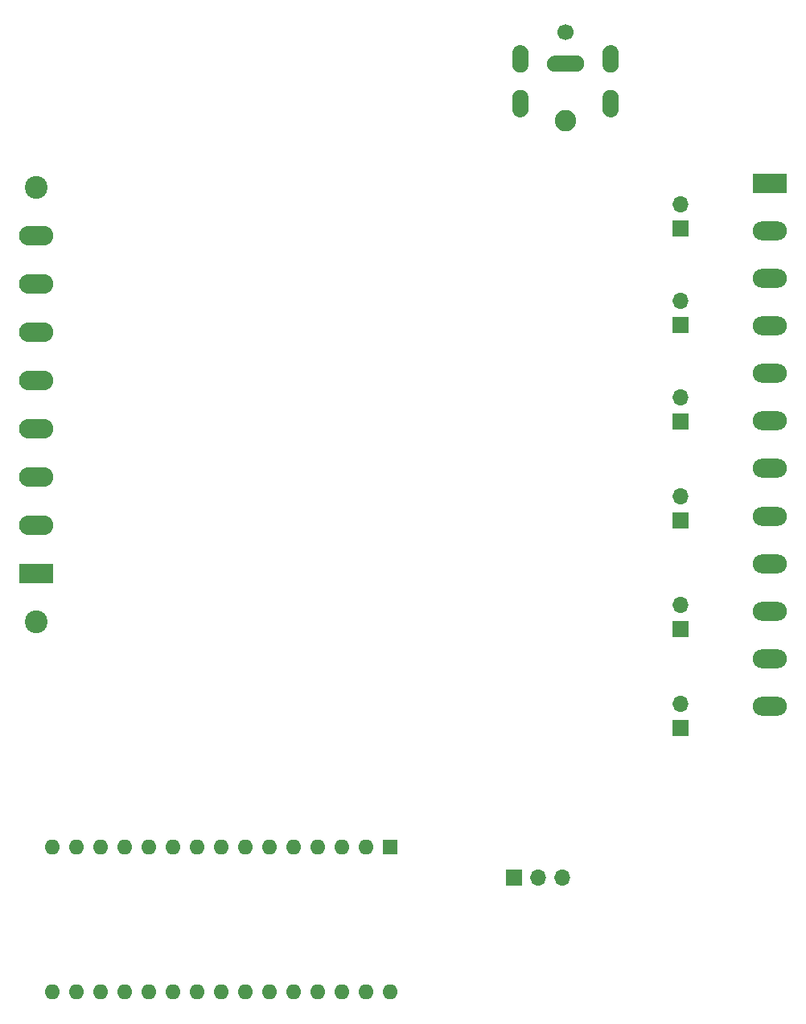
<source format=gbr>
G04 #@! TF.GenerationSoftware,KiCad,Pcbnew,(5.0.0)*
G04 #@! TF.CreationDate,2020-11-12T02:24:06-08:00*
G04 #@! TF.ProjectId,Valve_Driver_ArduinoNano,56616C76655F4472697665725F417264,rev?*
G04 #@! TF.SameCoordinates,Original*
G04 #@! TF.FileFunction,Soldermask,Bot*
G04 #@! TF.FilePolarity,Negative*
%FSLAX46Y46*%
G04 Gerber Fmt 4.6, Leading zero omitted, Abs format (unit mm)*
G04 Created by KiCad (PCBNEW (5.0.0)) date 11/12/20 02:24:06*
%MOMM*%
%LPD*%
G01*
G04 APERTURE LIST*
%ADD10C,0.100000*%
%ADD11R,3.600000X2.080000*%
%ADD12O,3.600000X2.080000*%
%ADD13C,2.400000*%
%ADD14R,3.600000X2.000000*%
%ADD15O,3.600000X2.000000*%
%ADD16O,1.700000X1.700000*%
%ADD17R,1.700000X1.700000*%
%ADD18C,1.700000*%
%ADD19C,2.250000*%
%ADD20C,0.800000*%
%ADD21O,1.600000X1.600000*%
%ADD22R,1.600000X1.600000*%
G04 APERTURE END LIST*
D10*
G04 #@! TO.C,J1*
G36*
X93391000Y-50428000D02*
X93391000Y-49228000D01*
X93392096Y-49186131D01*
X93395382Y-49144377D01*
X93400849Y-49102852D01*
X93408482Y-49061671D01*
X93418259Y-49020945D01*
X93430155Y-48980786D01*
X93444136Y-48941306D01*
X93460164Y-48902611D01*
X93478195Y-48864808D01*
X93498180Y-48828000D01*
X93520064Y-48792289D01*
X93543786Y-48757772D01*
X93569283Y-48724544D01*
X93596484Y-48692696D01*
X93625315Y-48662315D01*
X93655696Y-48633484D01*
X93687544Y-48606283D01*
X93720772Y-48580786D01*
X93755289Y-48557064D01*
X93791000Y-48535180D01*
X93827808Y-48515195D01*
X93865611Y-48497164D01*
X93904306Y-48481136D01*
X93943786Y-48467155D01*
X93983945Y-48455259D01*
X94024671Y-48445482D01*
X94065852Y-48437849D01*
X94107377Y-48432382D01*
X94149131Y-48429096D01*
X94191000Y-48428000D01*
X94232869Y-48429096D01*
X94274623Y-48432382D01*
X94316148Y-48437849D01*
X94357329Y-48445482D01*
X94398055Y-48455259D01*
X94438214Y-48467155D01*
X94477694Y-48481136D01*
X94516389Y-48497164D01*
X94554192Y-48515195D01*
X94591000Y-48535180D01*
X94626711Y-48557064D01*
X94661228Y-48580786D01*
X94694456Y-48606283D01*
X94726304Y-48633484D01*
X94756685Y-48662315D01*
X94785516Y-48692696D01*
X94812717Y-48724544D01*
X94838214Y-48757772D01*
X94861936Y-48792289D01*
X94883820Y-48828000D01*
X94903805Y-48864808D01*
X94921836Y-48902611D01*
X94937864Y-48941306D01*
X94951845Y-48980786D01*
X94963741Y-49020945D01*
X94973518Y-49061671D01*
X94981151Y-49102852D01*
X94986618Y-49144377D01*
X94989904Y-49186131D01*
X94991000Y-49228000D01*
X94991000Y-50428000D01*
X94989904Y-50469869D01*
X94986618Y-50511623D01*
X94981151Y-50553148D01*
X94973518Y-50594329D01*
X94963741Y-50635055D01*
X94951845Y-50675214D01*
X94937864Y-50714694D01*
X94921836Y-50753389D01*
X94903805Y-50791192D01*
X94883820Y-50828000D01*
X94861936Y-50863711D01*
X94838214Y-50898228D01*
X94812717Y-50931456D01*
X94785516Y-50963304D01*
X94756685Y-50993685D01*
X94726304Y-51022516D01*
X94694456Y-51049717D01*
X94661228Y-51075214D01*
X94626711Y-51098936D01*
X94591000Y-51120820D01*
X94554192Y-51140805D01*
X94516389Y-51158836D01*
X94477694Y-51174864D01*
X94438214Y-51188845D01*
X94398055Y-51200741D01*
X94357329Y-51210518D01*
X94316148Y-51218151D01*
X94274623Y-51223618D01*
X94232869Y-51226904D01*
X94191000Y-51228000D01*
X94149131Y-51226904D01*
X94107377Y-51223618D01*
X94065852Y-51218151D01*
X94024671Y-51210518D01*
X93983945Y-51200741D01*
X93943786Y-51188845D01*
X93904306Y-51174864D01*
X93865611Y-51158836D01*
X93827808Y-51140805D01*
X93791000Y-51120820D01*
X93755289Y-51098936D01*
X93720772Y-51075214D01*
X93687544Y-51049717D01*
X93655696Y-51022516D01*
X93625315Y-50993685D01*
X93596484Y-50963304D01*
X93569283Y-50931456D01*
X93543786Y-50898228D01*
X93520064Y-50863711D01*
X93498180Y-50828000D01*
X93478195Y-50791192D01*
X93460164Y-50753389D01*
X93444136Y-50714694D01*
X93430155Y-50675214D01*
X93418259Y-50635055D01*
X93408482Y-50594329D01*
X93400849Y-50553148D01*
X93395382Y-50511623D01*
X93392096Y-50469869D01*
X93391000Y-50428000D01*
X93391000Y-50428000D01*
G37*
X93391000Y-50428000D02*
X93391000Y-49228000D01*
X93392096Y-49186131D01*
X93395382Y-49144377D01*
X93400849Y-49102852D01*
X93408482Y-49061671D01*
X93418259Y-49020945D01*
X93430155Y-48980786D01*
X93444136Y-48941306D01*
X93460164Y-48902611D01*
X93478195Y-48864808D01*
X93498180Y-48828000D01*
X93520064Y-48792289D01*
X93543786Y-48757772D01*
X93569283Y-48724544D01*
X93596484Y-48692696D01*
X93625315Y-48662315D01*
X93655696Y-48633484D01*
X93687544Y-48606283D01*
X93720772Y-48580786D01*
X93755289Y-48557064D01*
X93791000Y-48535180D01*
X93827808Y-48515195D01*
X93865611Y-48497164D01*
X93904306Y-48481136D01*
X93943786Y-48467155D01*
X93983945Y-48455259D01*
X94024671Y-48445482D01*
X94065852Y-48437849D01*
X94107377Y-48432382D01*
X94149131Y-48429096D01*
X94191000Y-48428000D01*
X94232869Y-48429096D01*
X94274623Y-48432382D01*
X94316148Y-48437849D01*
X94357329Y-48445482D01*
X94398055Y-48455259D01*
X94438214Y-48467155D01*
X94477694Y-48481136D01*
X94516389Y-48497164D01*
X94554192Y-48515195D01*
X94591000Y-48535180D01*
X94626711Y-48557064D01*
X94661228Y-48580786D01*
X94694456Y-48606283D01*
X94726304Y-48633484D01*
X94756685Y-48662315D01*
X94785516Y-48692696D01*
X94812717Y-48724544D01*
X94838214Y-48757772D01*
X94861936Y-48792289D01*
X94883820Y-48828000D01*
X94903805Y-48864808D01*
X94921836Y-48902611D01*
X94937864Y-48941306D01*
X94951845Y-48980786D01*
X94963741Y-49020945D01*
X94973518Y-49061671D01*
X94981151Y-49102852D01*
X94986618Y-49144377D01*
X94989904Y-49186131D01*
X94991000Y-49228000D01*
X94991000Y-50428000D01*
X94989904Y-50469869D01*
X94986618Y-50511623D01*
X94981151Y-50553148D01*
X94973518Y-50594329D01*
X94963741Y-50635055D01*
X94951845Y-50675214D01*
X94937864Y-50714694D01*
X94921836Y-50753389D01*
X94903805Y-50791192D01*
X94883820Y-50828000D01*
X94861936Y-50863711D01*
X94838214Y-50898228D01*
X94812717Y-50931456D01*
X94785516Y-50963304D01*
X94756685Y-50993685D01*
X94726304Y-51022516D01*
X94694456Y-51049717D01*
X94661228Y-51075214D01*
X94626711Y-51098936D01*
X94591000Y-51120820D01*
X94554192Y-51140805D01*
X94516389Y-51158836D01*
X94477694Y-51174864D01*
X94438214Y-51188845D01*
X94398055Y-51200741D01*
X94357329Y-51210518D01*
X94316148Y-51218151D01*
X94274623Y-51223618D01*
X94232869Y-51226904D01*
X94191000Y-51228000D01*
X94149131Y-51226904D01*
X94107377Y-51223618D01*
X94065852Y-51218151D01*
X94024671Y-51210518D01*
X93983945Y-51200741D01*
X93943786Y-51188845D01*
X93904306Y-51174864D01*
X93865611Y-51158836D01*
X93827808Y-51140805D01*
X93791000Y-51120820D01*
X93755289Y-51098936D01*
X93720772Y-51075214D01*
X93687544Y-51049717D01*
X93655696Y-51022516D01*
X93625315Y-50993685D01*
X93596484Y-50963304D01*
X93569283Y-50931456D01*
X93543786Y-50898228D01*
X93520064Y-50863711D01*
X93498180Y-50828000D01*
X93478195Y-50791192D01*
X93460164Y-50753389D01*
X93444136Y-50714694D01*
X93430155Y-50675214D01*
X93418259Y-50635055D01*
X93408482Y-50594329D01*
X93400849Y-50553148D01*
X93395382Y-50511623D01*
X93392096Y-50469869D01*
X93391000Y-50428000D01*
G36*
X83891000Y-50428000D02*
X83891000Y-49228000D01*
X83892096Y-49186131D01*
X83895382Y-49144377D01*
X83900849Y-49102852D01*
X83908482Y-49061671D01*
X83918259Y-49020945D01*
X83930155Y-48980786D01*
X83944136Y-48941306D01*
X83960164Y-48902611D01*
X83978195Y-48864808D01*
X83998180Y-48828000D01*
X84020064Y-48792289D01*
X84043786Y-48757772D01*
X84069283Y-48724544D01*
X84096484Y-48692696D01*
X84125315Y-48662315D01*
X84155696Y-48633484D01*
X84187544Y-48606283D01*
X84220772Y-48580786D01*
X84255289Y-48557064D01*
X84291000Y-48535180D01*
X84327808Y-48515195D01*
X84365611Y-48497164D01*
X84404306Y-48481136D01*
X84443786Y-48467155D01*
X84483945Y-48455259D01*
X84524671Y-48445482D01*
X84565852Y-48437849D01*
X84607377Y-48432382D01*
X84649131Y-48429096D01*
X84691000Y-48428000D01*
X84732869Y-48429096D01*
X84774623Y-48432382D01*
X84816148Y-48437849D01*
X84857329Y-48445482D01*
X84898055Y-48455259D01*
X84938214Y-48467155D01*
X84977694Y-48481136D01*
X85016389Y-48497164D01*
X85054192Y-48515195D01*
X85091000Y-48535180D01*
X85126711Y-48557064D01*
X85161228Y-48580786D01*
X85194456Y-48606283D01*
X85226304Y-48633484D01*
X85256685Y-48662315D01*
X85285516Y-48692696D01*
X85312717Y-48724544D01*
X85338214Y-48757772D01*
X85361936Y-48792289D01*
X85383820Y-48828000D01*
X85403805Y-48864808D01*
X85421836Y-48902611D01*
X85437864Y-48941306D01*
X85451845Y-48980786D01*
X85463741Y-49020945D01*
X85473518Y-49061671D01*
X85481151Y-49102852D01*
X85486618Y-49144377D01*
X85489904Y-49186131D01*
X85491000Y-49228000D01*
X85491000Y-50428000D01*
X85489904Y-50469869D01*
X85486618Y-50511623D01*
X85481151Y-50553148D01*
X85473518Y-50594329D01*
X85463741Y-50635055D01*
X85451845Y-50675214D01*
X85437864Y-50714694D01*
X85421836Y-50753389D01*
X85403805Y-50791192D01*
X85383820Y-50828000D01*
X85361936Y-50863711D01*
X85338214Y-50898228D01*
X85312717Y-50931456D01*
X85285516Y-50963304D01*
X85256685Y-50993685D01*
X85226304Y-51022516D01*
X85194456Y-51049717D01*
X85161228Y-51075214D01*
X85126711Y-51098936D01*
X85091000Y-51120820D01*
X85054192Y-51140805D01*
X85016389Y-51158836D01*
X84977694Y-51174864D01*
X84938214Y-51188845D01*
X84898055Y-51200741D01*
X84857329Y-51210518D01*
X84816148Y-51218151D01*
X84774623Y-51223618D01*
X84732869Y-51226904D01*
X84691000Y-51228000D01*
X84649131Y-51226904D01*
X84607377Y-51223618D01*
X84565852Y-51218151D01*
X84524671Y-51210518D01*
X84483945Y-51200741D01*
X84443786Y-51188845D01*
X84404306Y-51174864D01*
X84365611Y-51158836D01*
X84327808Y-51140805D01*
X84291000Y-51120820D01*
X84255289Y-51098936D01*
X84220772Y-51075214D01*
X84187544Y-51049717D01*
X84155696Y-51022516D01*
X84125315Y-50993685D01*
X84096484Y-50963304D01*
X84069283Y-50931456D01*
X84043786Y-50898228D01*
X84020064Y-50863711D01*
X83998180Y-50828000D01*
X83978195Y-50791192D01*
X83960164Y-50753389D01*
X83944136Y-50714694D01*
X83930155Y-50675214D01*
X83918259Y-50635055D01*
X83908482Y-50594329D01*
X83900849Y-50553148D01*
X83895382Y-50511623D01*
X83892096Y-50469869D01*
X83891000Y-50428000D01*
X83891000Y-50428000D01*
G37*
X83891000Y-50428000D02*
X83891000Y-49228000D01*
X83892096Y-49186131D01*
X83895382Y-49144377D01*
X83900849Y-49102852D01*
X83908482Y-49061671D01*
X83918259Y-49020945D01*
X83930155Y-48980786D01*
X83944136Y-48941306D01*
X83960164Y-48902611D01*
X83978195Y-48864808D01*
X83998180Y-48828000D01*
X84020064Y-48792289D01*
X84043786Y-48757772D01*
X84069283Y-48724544D01*
X84096484Y-48692696D01*
X84125315Y-48662315D01*
X84155696Y-48633484D01*
X84187544Y-48606283D01*
X84220772Y-48580786D01*
X84255289Y-48557064D01*
X84291000Y-48535180D01*
X84327808Y-48515195D01*
X84365611Y-48497164D01*
X84404306Y-48481136D01*
X84443786Y-48467155D01*
X84483945Y-48455259D01*
X84524671Y-48445482D01*
X84565852Y-48437849D01*
X84607377Y-48432382D01*
X84649131Y-48429096D01*
X84691000Y-48428000D01*
X84732869Y-48429096D01*
X84774623Y-48432382D01*
X84816148Y-48437849D01*
X84857329Y-48445482D01*
X84898055Y-48455259D01*
X84938214Y-48467155D01*
X84977694Y-48481136D01*
X85016389Y-48497164D01*
X85054192Y-48515195D01*
X85091000Y-48535180D01*
X85126711Y-48557064D01*
X85161228Y-48580786D01*
X85194456Y-48606283D01*
X85226304Y-48633484D01*
X85256685Y-48662315D01*
X85285516Y-48692696D01*
X85312717Y-48724544D01*
X85338214Y-48757772D01*
X85361936Y-48792289D01*
X85383820Y-48828000D01*
X85403805Y-48864808D01*
X85421836Y-48902611D01*
X85437864Y-48941306D01*
X85451845Y-48980786D01*
X85463741Y-49020945D01*
X85473518Y-49061671D01*
X85481151Y-49102852D01*
X85486618Y-49144377D01*
X85489904Y-49186131D01*
X85491000Y-49228000D01*
X85491000Y-50428000D01*
X85489904Y-50469869D01*
X85486618Y-50511623D01*
X85481151Y-50553148D01*
X85473518Y-50594329D01*
X85463741Y-50635055D01*
X85451845Y-50675214D01*
X85437864Y-50714694D01*
X85421836Y-50753389D01*
X85403805Y-50791192D01*
X85383820Y-50828000D01*
X85361936Y-50863711D01*
X85338214Y-50898228D01*
X85312717Y-50931456D01*
X85285516Y-50963304D01*
X85256685Y-50993685D01*
X85226304Y-51022516D01*
X85194456Y-51049717D01*
X85161228Y-51075214D01*
X85126711Y-51098936D01*
X85091000Y-51120820D01*
X85054192Y-51140805D01*
X85016389Y-51158836D01*
X84977694Y-51174864D01*
X84938214Y-51188845D01*
X84898055Y-51200741D01*
X84857329Y-51210518D01*
X84816148Y-51218151D01*
X84774623Y-51223618D01*
X84732869Y-51226904D01*
X84691000Y-51228000D01*
X84649131Y-51226904D01*
X84607377Y-51223618D01*
X84565852Y-51218151D01*
X84524671Y-51210518D01*
X84483945Y-51200741D01*
X84443786Y-51188845D01*
X84404306Y-51174864D01*
X84365611Y-51158836D01*
X84327808Y-51140805D01*
X84291000Y-51120820D01*
X84255289Y-51098936D01*
X84220772Y-51075214D01*
X84187544Y-51049717D01*
X84155696Y-51022516D01*
X84125315Y-50993685D01*
X84096484Y-50963304D01*
X84069283Y-50931456D01*
X84043786Y-50898228D01*
X84020064Y-50863711D01*
X83998180Y-50828000D01*
X83978195Y-50791192D01*
X83960164Y-50753389D01*
X83944136Y-50714694D01*
X83930155Y-50675214D01*
X83918259Y-50635055D01*
X83908482Y-50594329D01*
X83900849Y-50553148D01*
X83895382Y-50511623D01*
X83892096Y-50469869D01*
X83891000Y-50428000D01*
G36*
X93391000Y-45728000D02*
X93391000Y-44528000D01*
X93392096Y-44486131D01*
X93395382Y-44444377D01*
X93400849Y-44402852D01*
X93408482Y-44361671D01*
X93418259Y-44320945D01*
X93430155Y-44280786D01*
X93444136Y-44241306D01*
X93460164Y-44202611D01*
X93478195Y-44164808D01*
X93498180Y-44128000D01*
X93520064Y-44092289D01*
X93543786Y-44057772D01*
X93569283Y-44024544D01*
X93596484Y-43992696D01*
X93625315Y-43962315D01*
X93655696Y-43933484D01*
X93687544Y-43906283D01*
X93720772Y-43880786D01*
X93755289Y-43857064D01*
X93791000Y-43835180D01*
X93827808Y-43815195D01*
X93865611Y-43797164D01*
X93904306Y-43781136D01*
X93943786Y-43767155D01*
X93983945Y-43755259D01*
X94024671Y-43745482D01*
X94065852Y-43737849D01*
X94107377Y-43732382D01*
X94149131Y-43729096D01*
X94191000Y-43728000D01*
X94232869Y-43729096D01*
X94274623Y-43732382D01*
X94316148Y-43737849D01*
X94357329Y-43745482D01*
X94398055Y-43755259D01*
X94438214Y-43767155D01*
X94477694Y-43781136D01*
X94516389Y-43797164D01*
X94554192Y-43815195D01*
X94591000Y-43835180D01*
X94626711Y-43857064D01*
X94661228Y-43880786D01*
X94694456Y-43906283D01*
X94726304Y-43933484D01*
X94756685Y-43962315D01*
X94785516Y-43992696D01*
X94812717Y-44024544D01*
X94838214Y-44057772D01*
X94861936Y-44092289D01*
X94883820Y-44128000D01*
X94903805Y-44164808D01*
X94921836Y-44202611D01*
X94937864Y-44241306D01*
X94951845Y-44280786D01*
X94963741Y-44320945D01*
X94973518Y-44361671D01*
X94981151Y-44402852D01*
X94986618Y-44444377D01*
X94989904Y-44486131D01*
X94991000Y-44528000D01*
X94991000Y-45728000D01*
X94989904Y-45769869D01*
X94986618Y-45811623D01*
X94981151Y-45853148D01*
X94973518Y-45894329D01*
X94963741Y-45935055D01*
X94951845Y-45975214D01*
X94937864Y-46014694D01*
X94921836Y-46053389D01*
X94903805Y-46091192D01*
X94883820Y-46128000D01*
X94861936Y-46163711D01*
X94838214Y-46198228D01*
X94812717Y-46231456D01*
X94785516Y-46263304D01*
X94756685Y-46293685D01*
X94726304Y-46322516D01*
X94694456Y-46349717D01*
X94661228Y-46375214D01*
X94626711Y-46398936D01*
X94591000Y-46420820D01*
X94554192Y-46440805D01*
X94516389Y-46458836D01*
X94477694Y-46474864D01*
X94438214Y-46488845D01*
X94398055Y-46500741D01*
X94357329Y-46510518D01*
X94316148Y-46518151D01*
X94274623Y-46523618D01*
X94232869Y-46526904D01*
X94191000Y-46528000D01*
X94149131Y-46526904D01*
X94107377Y-46523618D01*
X94065852Y-46518151D01*
X94024671Y-46510518D01*
X93983945Y-46500741D01*
X93943786Y-46488845D01*
X93904306Y-46474864D01*
X93865611Y-46458836D01*
X93827808Y-46440805D01*
X93791000Y-46420820D01*
X93755289Y-46398936D01*
X93720772Y-46375214D01*
X93687544Y-46349717D01*
X93655696Y-46322516D01*
X93625315Y-46293685D01*
X93596484Y-46263304D01*
X93569283Y-46231456D01*
X93543786Y-46198228D01*
X93520064Y-46163711D01*
X93498180Y-46128000D01*
X93478195Y-46091192D01*
X93460164Y-46053389D01*
X93444136Y-46014694D01*
X93430155Y-45975214D01*
X93418259Y-45935055D01*
X93408482Y-45894329D01*
X93400849Y-45853148D01*
X93395382Y-45811623D01*
X93392096Y-45769869D01*
X93391000Y-45728000D01*
X93391000Y-45728000D01*
G37*
X93391000Y-45728000D02*
X93391000Y-44528000D01*
X93392096Y-44486131D01*
X93395382Y-44444377D01*
X93400849Y-44402852D01*
X93408482Y-44361671D01*
X93418259Y-44320945D01*
X93430155Y-44280786D01*
X93444136Y-44241306D01*
X93460164Y-44202611D01*
X93478195Y-44164808D01*
X93498180Y-44128000D01*
X93520064Y-44092289D01*
X93543786Y-44057772D01*
X93569283Y-44024544D01*
X93596484Y-43992696D01*
X93625315Y-43962315D01*
X93655696Y-43933484D01*
X93687544Y-43906283D01*
X93720772Y-43880786D01*
X93755289Y-43857064D01*
X93791000Y-43835180D01*
X93827808Y-43815195D01*
X93865611Y-43797164D01*
X93904306Y-43781136D01*
X93943786Y-43767155D01*
X93983945Y-43755259D01*
X94024671Y-43745482D01*
X94065852Y-43737849D01*
X94107377Y-43732382D01*
X94149131Y-43729096D01*
X94191000Y-43728000D01*
X94232869Y-43729096D01*
X94274623Y-43732382D01*
X94316148Y-43737849D01*
X94357329Y-43745482D01*
X94398055Y-43755259D01*
X94438214Y-43767155D01*
X94477694Y-43781136D01*
X94516389Y-43797164D01*
X94554192Y-43815195D01*
X94591000Y-43835180D01*
X94626711Y-43857064D01*
X94661228Y-43880786D01*
X94694456Y-43906283D01*
X94726304Y-43933484D01*
X94756685Y-43962315D01*
X94785516Y-43992696D01*
X94812717Y-44024544D01*
X94838214Y-44057772D01*
X94861936Y-44092289D01*
X94883820Y-44128000D01*
X94903805Y-44164808D01*
X94921836Y-44202611D01*
X94937864Y-44241306D01*
X94951845Y-44280786D01*
X94963741Y-44320945D01*
X94973518Y-44361671D01*
X94981151Y-44402852D01*
X94986618Y-44444377D01*
X94989904Y-44486131D01*
X94991000Y-44528000D01*
X94991000Y-45728000D01*
X94989904Y-45769869D01*
X94986618Y-45811623D01*
X94981151Y-45853148D01*
X94973518Y-45894329D01*
X94963741Y-45935055D01*
X94951845Y-45975214D01*
X94937864Y-46014694D01*
X94921836Y-46053389D01*
X94903805Y-46091192D01*
X94883820Y-46128000D01*
X94861936Y-46163711D01*
X94838214Y-46198228D01*
X94812717Y-46231456D01*
X94785516Y-46263304D01*
X94756685Y-46293685D01*
X94726304Y-46322516D01*
X94694456Y-46349717D01*
X94661228Y-46375214D01*
X94626711Y-46398936D01*
X94591000Y-46420820D01*
X94554192Y-46440805D01*
X94516389Y-46458836D01*
X94477694Y-46474864D01*
X94438214Y-46488845D01*
X94398055Y-46500741D01*
X94357329Y-46510518D01*
X94316148Y-46518151D01*
X94274623Y-46523618D01*
X94232869Y-46526904D01*
X94191000Y-46528000D01*
X94149131Y-46526904D01*
X94107377Y-46523618D01*
X94065852Y-46518151D01*
X94024671Y-46510518D01*
X93983945Y-46500741D01*
X93943786Y-46488845D01*
X93904306Y-46474864D01*
X93865611Y-46458836D01*
X93827808Y-46440805D01*
X93791000Y-46420820D01*
X93755289Y-46398936D01*
X93720772Y-46375214D01*
X93687544Y-46349717D01*
X93655696Y-46322516D01*
X93625315Y-46293685D01*
X93596484Y-46263304D01*
X93569283Y-46231456D01*
X93543786Y-46198228D01*
X93520064Y-46163711D01*
X93498180Y-46128000D01*
X93478195Y-46091192D01*
X93460164Y-46053389D01*
X93444136Y-46014694D01*
X93430155Y-45975214D01*
X93418259Y-45935055D01*
X93408482Y-45894329D01*
X93400849Y-45853148D01*
X93395382Y-45811623D01*
X93392096Y-45769869D01*
X93391000Y-45728000D01*
G36*
X90641000Y-46428000D02*
X88241000Y-46428000D01*
X88199395Y-46424062D01*
X88160475Y-46418245D01*
X88121912Y-46410400D01*
X88083813Y-46400547D01*
X88046282Y-46388713D01*
X88009421Y-46374931D01*
X87973333Y-46359240D01*
X87938115Y-46341681D01*
X87903864Y-46322303D01*
X87870674Y-46301158D01*
X87838637Y-46278306D01*
X87807839Y-46253809D01*
X87778366Y-46227733D01*
X87750298Y-46200150D01*
X87723711Y-46171136D01*
X87698680Y-46140771D01*
X87675272Y-46109137D01*
X87653552Y-46076322D01*
X87633579Y-46042414D01*
X87615408Y-46007508D01*
X87599089Y-45971699D01*
X87584666Y-45935085D01*
X87572179Y-45897766D01*
X87561663Y-45859844D01*
X87553145Y-45821424D01*
X87546650Y-45782612D01*
X87542195Y-45743512D01*
X87539793Y-45704233D01*
X87539450Y-45664882D01*
X87541000Y-45628000D01*
X87542096Y-45586131D01*
X87545382Y-45544377D01*
X87550849Y-45502852D01*
X87558482Y-45461671D01*
X87568259Y-45420945D01*
X87580155Y-45380786D01*
X87594136Y-45341306D01*
X87610164Y-45302611D01*
X87628195Y-45264808D01*
X87648180Y-45228000D01*
X87670064Y-45192289D01*
X87693786Y-45157772D01*
X87719283Y-45124544D01*
X87746484Y-45092696D01*
X87775315Y-45062315D01*
X87805696Y-45033484D01*
X87837544Y-45006283D01*
X87870772Y-44980786D01*
X87905289Y-44957064D01*
X87941000Y-44935180D01*
X87977808Y-44915195D01*
X88015611Y-44897164D01*
X88054306Y-44881136D01*
X88093786Y-44867155D01*
X88133945Y-44855259D01*
X88174671Y-44845482D01*
X88215852Y-44837849D01*
X88257377Y-44832382D01*
X88299131Y-44829096D01*
X88341000Y-44828000D01*
X90741000Y-44828000D01*
X90775922Y-44833885D01*
X90812065Y-44841897D01*
X90847738Y-44851790D01*
X90882845Y-44863537D01*
X90917289Y-44877105D01*
X90950975Y-44892457D01*
X90983812Y-44909550D01*
X91015710Y-44928339D01*
X91046580Y-44948772D01*
X91076338Y-44970792D01*
X91104904Y-44994340D01*
X91132198Y-45019350D01*
X91158145Y-45045754D01*
X91182675Y-45073481D01*
X91205721Y-45102453D01*
X91227218Y-45132591D01*
X91247109Y-45163813D01*
X91265338Y-45196033D01*
X91281856Y-45229164D01*
X91296618Y-45263113D01*
X91309583Y-45297789D01*
X91320715Y-45333095D01*
X91329984Y-45368936D01*
X91337364Y-45405212D01*
X91342836Y-45441825D01*
X91346384Y-45478675D01*
X91347999Y-45515659D01*
X91347676Y-45552678D01*
X91345416Y-45589628D01*
X91341000Y-45628000D01*
X91342550Y-45664882D01*
X91342207Y-45704233D01*
X91339805Y-45743512D01*
X91335350Y-45782612D01*
X91328855Y-45821424D01*
X91320337Y-45859844D01*
X91309821Y-45897766D01*
X91297334Y-45935085D01*
X91282911Y-45971699D01*
X91266592Y-46007508D01*
X91248421Y-46042414D01*
X91228448Y-46076322D01*
X91206728Y-46109137D01*
X91183320Y-46140771D01*
X91158289Y-46171136D01*
X91131702Y-46200150D01*
X91103634Y-46227733D01*
X91074161Y-46253809D01*
X91043363Y-46278306D01*
X91011326Y-46301158D01*
X90978136Y-46322303D01*
X90943885Y-46341681D01*
X90908667Y-46359240D01*
X90872579Y-46374931D01*
X90835718Y-46388713D01*
X90798187Y-46400547D01*
X90760088Y-46410400D01*
X90721525Y-46418245D01*
X90682605Y-46424062D01*
X90641000Y-46428000D01*
X90641000Y-46428000D01*
G37*
X90641000Y-46428000D02*
X88241000Y-46428000D01*
X88199395Y-46424062D01*
X88160475Y-46418245D01*
X88121912Y-46410400D01*
X88083813Y-46400547D01*
X88046282Y-46388713D01*
X88009421Y-46374931D01*
X87973333Y-46359240D01*
X87938115Y-46341681D01*
X87903864Y-46322303D01*
X87870674Y-46301158D01*
X87838637Y-46278306D01*
X87807839Y-46253809D01*
X87778366Y-46227733D01*
X87750298Y-46200150D01*
X87723711Y-46171136D01*
X87698680Y-46140771D01*
X87675272Y-46109137D01*
X87653552Y-46076322D01*
X87633579Y-46042414D01*
X87615408Y-46007508D01*
X87599089Y-45971699D01*
X87584666Y-45935085D01*
X87572179Y-45897766D01*
X87561663Y-45859844D01*
X87553145Y-45821424D01*
X87546650Y-45782612D01*
X87542195Y-45743512D01*
X87539793Y-45704233D01*
X87539450Y-45664882D01*
X87541000Y-45628000D01*
X87542096Y-45586131D01*
X87545382Y-45544377D01*
X87550849Y-45502852D01*
X87558482Y-45461671D01*
X87568259Y-45420945D01*
X87580155Y-45380786D01*
X87594136Y-45341306D01*
X87610164Y-45302611D01*
X87628195Y-45264808D01*
X87648180Y-45228000D01*
X87670064Y-45192289D01*
X87693786Y-45157772D01*
X87719283Y-45124544D01*
X87746484Y-45092696D01*
X87775315Y-45062315D01*
X87805696Y-45033484D01*
X87837544Y-45006283D01*
X87870772Y-44980786D01*
X87905289Y-44957064D01*
X87941000Y-44935180D01*
X87977808Y-44915195D01*
X88015611Y-44897164D01*
X88054306Y-44881136D01*
X88093786Y-44867155D01*
X88133945Y-44855259D01*
X88174671Y-44845482D01*
X88215852Y-44837849D01*
X88257377Y-44832382D01*
X88299131Y-44829096D01*
X88341000Y-44828000D01*
X90741000Y-44828000D01*
X90775922Y-44833885D01*
X90812065Y-44841897D01*
X90847738Y-44851790D01*
X90882845Y-44863537D01*
X90917289Y-44877105D01*
X90950975Y-44892457D01*
X90983812Y-44909550D01*
X91015710Y-44928339D01*
X91046580Y-44948772D01*
X91076338Y-44970792D01*
X91104904Y-44994340D01*
X91132198Y-45019350D01*
X91158145Y-45045754D01*
X91182675Y-45073481D01*
X91205721Y-45102453D01*
X91227218Y-45132591D01*
X91247109Y-45163813D01*
X91265338Y-45196033D01*
X91281856Y-45229164D01*
X91296618Y-45263113D01*
X91309583Y-45297789D01*
X91320715Y-45333095D01*
X91329984Y-45368936D01*
X91337364Y-45405212D01*
X91342836Y-45441825D01*
X91346384Y-45478675D01*
X91347999Y-45515659D01*
X91347676Y-45552678D01*
X91345416Y-45589628D01*
X91341000Y-45628000D01*
X91342550Y-45664882D01*
X91342207Y-45704233D01*
X91339805Y-45743512D01*
X91335350Y-45782612D01*
X91328855Y-45821424D01*
X91320337Y-45859844D01*
X91309821Y-45897766D01*
X91297334Y-45935085D01*
X91282911Y-45971699D01*
X91266592Y-46007508D01*
X91248421Y-46042414D01*
X91228448Y-46076322D01*
X91206728Y-46109137D01*
X91183320Y-46140771D01*
X91158289Y-46171136D01*
X91131702Y-46200150D01*
X91103634Y-46227733D01*
X91074161Y-46253809D01*
X91043363Y-46278306D01*
X91011326Y-46301158D01*
X90978136Y-46322303D01*
X90943885Y-46341681D01*
X90908667Y-46359240D01*
X90872579Y-46374931D01*
X90835718Y-46388713D01*
X90798187Y-46400547D01*
X90760088Y-46410400D01*
X90721525Y-46418245D01*
X90682605Y-46424062D01*
X90641000Y-46428000D01*
G36*
X83891000Y-45728000D02*
X83891000Y-44528000D01*
X83892096Y-44486131D01*
X83895382Y-44444377D01*
X83900849Y-44402852D01*
X83908482Y-44361671D01*
X83918259Y-44320945D01*
X83930155Y-44280786D01*
X83944136Y-44241306D01*
X83960164Y-44202611D01*
X83978195Y-44164808D01*
X83998180Y-44128000D01*
X84020064Y-44092289D01*
X84043786Y-44057772D01*
X84069283Y-44024544D01*
X84096484Y-43992696D01*
X84125315Y-43962315D01*
X84155696Y-43933484D01*
X84187544Y-43906283D01*
X84220772Y-43880786D01*
X84255289Y-43857064D01*
X84291000Y-43835180D01*
X84327808Y-43815195D01*
X84365611Y-43797164D01*
X84404306Y-43781136D01*
X84443786Y-43767155D01*
X84483945Y-43755259D01*
X84524671Y-43745482D01*
X84565852Y-43737849D01*
X84607377Y-43732382D01*
X84649131Y-43729096D01*
X84691000Y-43728000D01*
X84732869Y-43729096D01*
X84774623Y-43732382D01*
X84816148Y-43737849D01*
X84857329Y-43745482D01*
X84898055Y-43755259D01*
X84938214Y-43767155D01*
X84977694Y-43781136D01*
X85016389Y-43797164D01*
X85054192Y-43815195D01*
X85091000Y-43835180D01*
X85126711Y-43857064D01*
X85161228Y-43880786D01*
X85194456Y-43906283D01*
X85226304Y-43933484D01*
X85256685Y-43962315D01*
X85285516Y-43992696D01*
X85312717Y-44024544D01*
X85338214Y-44057772D01*
X85361936Y-44092289D01*
X85383820Y-44128000D01*
X85403805Y-44164808D01*
X85421836Y-44202611D01*
X85437864Y-44241306D01*
X85451845Y-44280786D01*
X85463741Y-44320945D01*
X85473518Y-44361671D01*
X85481151Y-44402852D01*
X85486618Y-44444377D01*
X85489904Y-44486131D01*
X85491000Y-44528000D01*
X85491000Y-45728000D01*
X85489904Y-45769869D01*
X85486618Y-45811623D01*
X85481151Y-45853148D01*
X85473518Y-45894329D01*
X85463741Y-45935055D01*
X85451845Y-45975214D01*
X85437864Y-46014694D01*
X85421836Y-46053389D01*
X85403805Y-46091192D01*
X85383820Y-46128000D01*
X85361936Y-46163711D01*
X85338214Y-46198228D01*
X85312717Y-46231456D01*
X85285516Y-46263304D01*
X85256685Y-46293685D01*
X85226304Y-46322516D01*
X85194456Y-46349717D01*
X85161228Y-46375214D01*
X85126711Y-46398936D01*
X85091000Y-46420820D01*
X85054192Y-46440805D01*
X85016389Y-46458836D01*
X84977694Y-46474864D01*
X84938214Y-46488845D01*
X84898055Y-46500741D01*
X84857329Y-46510518D01*
X84816148Y-46518151D01*
X84774623Y-46523618D01*
X84732869Y-46526904D01*
X84691000Y-46528000D01*
X84649131Y-46526904D01*
X84607377Y-46523618D01*
X84565852Y-46518151D01*
X84524671Y-46510518D01*
X84483945Y-46500741D01*
X84443786Y-46488845D01*
X84404306Y-46474864D01*
X84365611Y-46458836D01*
X84327808Y-46440805D01*
X84291000Y-46420820D01*
X84255289Y-46398936D01*
X84220772Y-46375214D01*
X84187544Y-46349717D01*
X84155696Y-46322516D01*
X84125315Y-46293685D01*
X84096484Y-46263304D01*
X84069283Y-46231456D01*
X84043786Y-46198228D01*
X84020064Y-46163711D01*
X83998180Y-46128000D01*
X83978195Y-46091192D01*
X83960164Y-46053389D01*
X83944136Y-46014694D01*
X83930155Y-45975214D01*
X83918259Y-45935055D01*
X83908482Y-45894329D01*
X83900849Y-45853148D01*
X83895382Y-45811623D01*
X83892096Y-45769869D01*
X83891000Y-45728000D01*
X83891000Y-45728000D01*
G37*
X83891000Y-45728000D02*
X83891000Y-44528000D01*
X83892096Y-44486131D01*
X83895382Y-44444377D01*
X83900849Y-44402852D01*
X83908482Y-44361671D01*
X83918259Y-44320945D01*
X83930155Y-44280786D01*
X83944136Y-44241306D01*
X83960164Y-44202611D01*
X83978195Y-44164808D01*
X83998180Y-44128000D01*
X84020064Y-44092289D01*
X84043786Y-44057772D01*
X84069283Y-44024544D01*
X84096484Y-43992696D01*
X84125315Y-43962315D01*
X84155696Y-43933484D01*
X84187544Y-43906283D01*
X84220772Y-43880786D01*
X84255289Y-43857064D01*
X84291000Y-43835180D01*
X84327808Y-43815195D01*
X84365611Y-43797164D01*
X84404306Y-43781136D01*
X84443786Y-43767155D01*
X84483945Y-43755259D01*
X84524671Y-43745482D01*
X84565852Y-43737849D01*
X84607377Y-43732382D01*
X84649131Y-43729096D01*
X84691000Y-43728000D01*
X84732869Y-43729096D01*
X84774623Y-43732382D01*
X84816148Y-43737849D01*
X84857329Y-43745482D01*
X84898055Y-43755259D01*
X84938214Y-43767155D01*
X84977694Y-43781136D01*
X85016389Y-43797164D01*
X85054192Y-43815195D01*
X85091000Y-43835180D01*
X85126711Y-43857064D01*
X85161228Y-43880786D01*
X85194456Y-43906283D01*
X85226304Y-43933484D01*
X85256685Y-43962315D01*
X85285516Y-43992696D01*
X85312717Y-44024544D01*
X85338214Y-44057772D01*
X85361936Y-44092289D01*
X85383820Y-44128000D01*
X85403805Y-44164808D01*
X85421836Y-44202611D01*
X85437864Y-44241306D01*
X85451845Y-44280786D01*
X85463741Y-44320945D01*
X85473518Y-44361671D01*
X85481151Y-44402852D01*
X85486618Y-44444377D01*
X85489904Y-44486131D01*
X85491000Y-44528000D01*
X85491000Y-45728000D01*
X85489904Y-45769869D01*
X85486618Y-45811623D01*
X85481151Y-45853148D01*
X85473518Y-45894329D01*
X85463741Y-45935055D01*
X85451845Y-45975214D01*
X85437864Y-46014694D01*
X85421836Y-46053389D01*
X85403805Y-46091192D01*
X85383820Y-46128000D01*
X85361936Y-46163711D01*
X85338214Y-46198228D01*
X85312717Y-46231456D01*
X85285516Y-46263304D01*
X85256685Y-46293685D01*
X85226304Y-46322516D01*
X85194456Y-46349717D01*
X85161228Y-46375214D01*
X85126711Y-46398936D01*
X85091000Y-46420820D01*
X85054192Y-46440805D01*
X85016389Y-46458836D01*
X84977694Y-46474864D01*
X84938214Y-46488845D01*
X84898055Y-46500741D01*
X84857329Y-46510518D01*
X84816148Y-46518151D01*
X84774623Y-46523618D01*
X84732869Y-46526904D01*
X84691000Y-46528000D01*
X84649131Y-46526904D01*
X84607377Y-46523618D01*
X84565852Y-46518151D01*
X84524671Y-46510518D01*
X84483945Y-46500741D01*
X84443786Y-46488845D01*
X84404306Y-46474864D01*
X84365611Y-46458836D01*
X84327808Y-46440805D01*
X84291000Y-46420820D01*
X84255289Y-46398936D01*
X84220772Y-46375214D01*
X84187544Y-46349717D01*
X84155696Y-46322516D01*
X84125315Y-46293685D01*
X84096484Y-46263304D01*
X84069283Y-46231456D01*
X84043786Y-46198228D01*
X84020064Y-46163711D01*
X83998180Y-46128000D01*
X83978195Y-46091192D01*
X83960164Y-46053389D01*
X83944136Y-46014694D01*
X83930155Y-45975214D01*
X83918259Y-45935055D01*
X83908482Y-45894329D01*
X83900849Y-45853148D01*
X83895382Y-45811623D01*
X83892096Y-45769869D01*
X83891000Y-45728000D01*
G04 #@! TD*
D11*
G04 #@! TO.C,J10*
X33782000Y-99314000D03*
D12*
X33782000Y-94234000D03*
X33782000Y-89154000D03*
X33782000Y-84074000D03*
X33782000Y-78994000D03*
X33782000Y-73914000D03*
X33782000Y-68834000D03*
X33782000Y-63754000D03*
D13*
X33782000Y-104394000D03*
X33782000Y-58674000D03*
G04 #@! TD*
D14*
G04 #@! TO.C,J7*
X110998000Y-58284000D03*
D15*
X110998000Y-63284000D03*
X110998000Y-68284000D03*
X110998000Y-73284000D03*
X110998000Y-78284000D03*
X110998000Y-83284000D03*
X110998000Y-88284000D03*
X110998000Y-93284000D03*
X110998000Y-98284000D03*
X110998000Y-103284000D03*
X110998000Y-108284000D03*
X110998000Y-113284000D03*
G04 #@! TD*
D16*
G04 #@! TO.C,J5*
X101600000Y-113030000D03*
D17*
X101600000Y-115570000D03*
G04 #@! TD*
G04 #@! TO.C,J3*
X101600000Y-93726000D03*
D16*
X101600000Y-91186000D03*
G04 #@! TD*
G04 #@! TO.C,J4*
X101600000Y-102616000D03*
D17*
X101600000Y-105156000D03*
G04 #@! TD*
G04 #@! TO.C,J9*
X101600000Y-83312000D03*
D16*
X101600000Y-80772000D03*
G04 #@! TD*
G04 #@! TO.C,J8*
X101600000Y-70612000D03*
D17*
X101600000Y-73152000D03*
G04 #@! TD*
G04 #@! TO.C,J6*
X101600000Y-62992000D03*
D16*
X101600000Y-60452000D03*
G04 #@! TD*
D18*
G04 #@! TO.C,J1*
X89441000Y-42378000D03*
D19*
X89441000Y-51628000D03*
D20*
X94191000Y-49828000D03*
X84691000Y-49828000D03*
X94191000Y-45128000D03*
X89441000Y-45628000D03*
X84691000Y-45128000D03*
G04 #@! TD*
D16*
G04 #@! TO.C,J2*
X89154000Y-131318000D03*
X86614000Y-131318000D03*
D17*
X84074000Y-131318000D03*
G04 #@! TD*
D21*
G04 #@! TO.C,A1*
X35433000Y-143383000D03*
X35433000Y-128143000D03*
X70993000Y-143383000D03*
X37973000Y-128143000D03*
X68453000Y-143383000D03*
X40513000Y-128143000D03*
X65913000Y-143383000D03*
X43053000Y-128143000D03*
X63373000Y-143383000D03*
X45593000Y-128143000D03*
X60833000Y-143383000D03*
X48133000Y-128143000D03*
X58293000Y-143383000D03*
X50673000Y-128143000D03*
X55753000Y-143383000D03*
X53213000Y-128143000D03*
X53213000Y-143383000D03*
X55753000Y-128143000D03*
X50673000Y-143383000D03*
X58293000Y-128143000D03*
X48133000Y-143383000D03*
X60833000Y-128143000D03*
X45593000Y-143383000D03*
X63373000Y-128143000D03*
X43053000Y-143383000D03*
X65913000Y-128143000D03*
X40513000Y-143383000D03*
X68453000Y-128143000D03*
X37973000Y-143383000D03*
D22*
X70993000Y-128143000D03*
G04 #@! TD*
M02*

</source>
